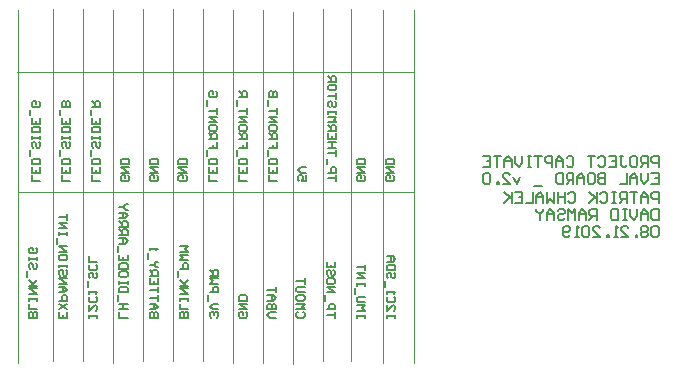
<source format=gbo>
%FSTAX23Y23*%
%MOIN*%
%SFA1B1*%

%IPPOS*%
%ADD10C,0.003937*%
%ADD15C,0.006000*%
%LNdev_board_layout-1*%
%LPD*%
G54D10*
X00754Y0099D02*
X02076D01*
X0076Y0059D02*
X0208D01*
Y0002D02*
Y01195D01*
X0076Y0002D02*
Y01195D01*
X00875Y00025D02*
Y012D01*
X00975Y00025D02*
Y012D01*
X01075Y0002D02*
Y01195D01*
X01175Y00025D02*
Y012D01*
X01275Y00025D02*
Y012D01*
X01375Y00025D02*
Y012D01*
X01475Y0002D02*
Y01195D01*
X01575Y0002D02*
Y01195D01*
X01675Y00015D02*
Y0119D01*
X01775Y00025D02*
Y012D01*
X0187Y00025D02*
Y012D01*
X01975Y0002D02*
Y01195D01*
G54D15*
X02007Y00645D02*
X02012Y0064D01*
Y00631*
X02007Y00626*
X01989*
X01984Y00631*
Y0064*
X01989Y00645*
X01998*
Y00635*
X01984Y00654D02*
X02012D01*
X01984Y00673*
X02012*
Y00682D02*
X01984D01*
Y00696*
X01989Y00701*
X02007*
X02012Y00696*
Y00682*
X01911Y00645D02*
X01916Y0064D01*
Y00631*
X01911Y00626*
X01893*
X01888Y00631*
Y0064*
X01893Y00645*
X01902*
Y00635*
X01888Y00654D02*
X01916D01*
X01888Y00673*
X01916*
Y00682D02*
X01888D01*
Y00696*
X01893Y00701*
X01911*
X01916Y00696*
Y00682*
X0182Y00626D02*
Y00645D01*
Y00635*
X01792*
Y00654D02*
X0182D01*
Y00668*
X01815Y00673*
X01806*
X01801Y00668*
Y00654*
X01787Y00682D02*
Y00701D01*
X0182Y0071D02*
Y00729D01*
Y00719*
X01792*
X0182Y00738D02*
X01792D01*
X01806*
Y00757*
X0182*
X01792*
X0182Y00785D02*
Y00766D01*
X01792*
Y00785*
X01806Y00766D02*
Y00775D01*
X01792Y00794D02*
X0182D01*
Y00808*
X01815Y00813*
X01806*
X01801Y00808*
Y00794*
Y00803D02*
X01792Y00813D01*
Y00822D02*
X0182D01*
X01811Y00831*
X0182Y00841*
X01792*
X0182Y0085D02*
Y00859D01*
Y00855*
X01792*
Y0085*
Y00859*
X01815Y00892D02*
X0182Y00887D01*
Y00878*
X01815Y00873*
X01811*
X01806Y00878*
Y00887*
X01801Y00892*
X01797*
X01792Y00887*
Y00878*
X01797Y00873*
X0182Y00901D02*
Y0092D01*
Y00911*
X01792*
X0182Y00943D02*
Y00934D01*
X01815Y00929*
X01797*
X01792Y00934*
Y00943*
X01797Y00948*
X01815*
X0182Y00943*
X01792Y00957D02*
X0182D01*
Y00971*
X01815Y00976*
X01806*
X01801Y00971*
Y00957*
Y00967D02*
X01792Y00976D01*
X01719Y00645D02*
Y00626D01*
X01705*
X0171Y00635*
Y0064*
X01705Y00645*
X01696*
X01691Y0064*
Y00631*
X01696Y00626*
X01719Y00654D02*
X01701D01*
X01691Y00663*
X01701Y00673*
X01719*
X01623Y00626D02*
X01595D01*
Y00645*
X01623Y00673D02*
Y00654D01*
X01595*
Y00673*
X01609Y00654D02*
Y00663D01*
X01623Y00682D02*
X01595D01*
Y00696*
X016Y00701*
X01619*
X01623Y00696*
Y00682*
X01591Y0071D02*
Y00729D01*
X01623Y00757D02*
Y00738D01*
X01609*
Y00747*
Y00738*
X01595*
Y00766D02*
X01623D01*
Y0078*
X01619Y00785*
X01609*
X01605Y0078*
Y00766*
Y00775D02*
X01595Y00785D01*
X01623Y00808D02*
Y00799D01*
X01619Y00794*
X016*
X01595Y00799*
Y00808*
X016Y00813*
X01619*
X01623Y00808*
X01595Y00822D02*
X01623D01*
X01595Y00841*
X01623*
Y0085D02*
Y00869D01*
Y00859*
X01595*
X01591Y00878D02*
Y00897D01*
X01623Y00906D02*
X01595D01*
Y0092*
X016Y00925*
X01605*
X01609Y0092*
Y00906*
Y0092*
X01614Y00925*
X01619*
X01623Y0092*
Y00906*
X01523Y00626D02*
X01495D01*
Y00645*
X01523Y00673D02*
Y00654D01*
X01495*
Y00673*
X01509Y00654D02*
Y00663D01*
X01523Y00682D02*
X01495D01*
Y00696*
X01499Y00701*
X01518*
X01523Y00696*
Y00682*
X0149Y0071D02*
Y00729D01*
X01523Y00757D02*
Y00738D01*
X01509*
Y00747*
Y00738*
X01495*
Y00766D02*
X01523D01*
Y0078*
X01518Y00785*
X01509*
X01504Y0078*
Y00766*
Y00775D02*
X01495Y00785D01*
X01523Y00808D02*
Y00799D01*
X01518Y00794*
X01499*
X01495Y00799*
Y00808*
X01499Y00813*
X01518*
X01523Y00808*
X01495Y00822D02*
X01523D01*
X01495Y00841*
X01523*
Y0085D02*
Y00869D01*
Y00859*
X01495*
X0149Y00878D02*
Y00897D01*
X01495Y00906D02*
X01523D01*
Y0092*
X01518Y00925*
X01509*
X01504Y0092*
Y00906*
Y00915D02*
X01495Y00925D01*
X01422Y00626D02*
X01394D01*
Y00645*
X01422Y00673D02*
Y00654D01*
X01394*
Y00673*
X01408Y00654D02*
Y00663D01*
X01422Y00682D02*
X01394D01*
Y00696*
X01399Y00701*
X01417*
X01422Y00696*
Y00682*
X01389Y0071D02*
Y00729D01*
X01422Y00757D02*
Y00738D01*
X01408*
Y00747*
Y00738*
X01394*
Y00766D02*
X01422D01*
Y0078*
X01417Y00785*
X01408*
X01403Y0078*
Y00766*
Y00775D02*
X01394Y00785D01*
X01422Y00808D02*
Y00799D01*
X01417Y00794*
X01399*
X01394Y00799*
Y00808*
X01399Y00813*
X01417*
X01422Y00808*
X01394Y00822D02*
X01422D01*
X01394Y00841*
X01422*
Y0085D02*
Y00869D01*
Y00859*
X01394*
X01389Y00878D02*
Y00897D01*
X01417Y00925D02*
X01422Y0092D01*
Y00911*
X01417Y00906*
X01399*
X01394Y00911*
Y0092*
X01399Y00925*
X01408*
Y00915*
X01317Y00645D02*
X01321Y0064D01*
Y00631*
X01317Y00626*
X01298*
X01293Y00631*
Y0064*
X01298Y00645*
X01307*
Y00635*
X01293Y00654D02*
X01321D01*
X01293Y00673*
X01321*
Y00682D02*
X01293D01*
Y00696*
X01298Y00701*
X01317*
X01321Y00696*
Y00682*
X01221Y00645D02*
X01225Y0064D01*
Y00631*
X01221Y00626*
X01202*
X01197Y00631*
Y0064*
X01202Y00645*
X01211*
Y00635*
X01197Y00654D02*
X01225D01*
X01197Y00673*
X01225*
Y00682D02*
X01197D01*
Y00696*
X01202Y00701*
X01221*
X01225Y00696*
Y00682*
X01125Y00645D02*
X01129Y0064D01*
Y00631*
X01125Y00626*
X01106*
X01101Y00631*
Y0064*
X01106Y00645*
X01115*
Y00635*
X01101Y00654D02*
X01129D01*
X01101Y00673*
X01129*
Y00682D02*
X01101D01*
Y00696*
X01106Y00701*
X01125*
X01129Y00696*
Y00682*
X01033Y00626D02*
X01005D01*
Y00645*
X01033Y00673D02*
Y00654D01*
X01005*
Y00673*
X01019Y00654D02*
Y00663D01*
X01033Y00682D02*
X01005D01*
Y00696*
X0101Y00701*
X01029*
X01033Y00696*
Y00682*
X01001Y0071D02*
Y00729D01*
X01029Y00757D02*
X01033Y00752D01*
Y00743*
X01029Y00738*
X01024*
X01019Y00743*
Y00752*
X01015Y00757*
X0101*
X01005Y00752*
Y00743*
X0101Y00738*
X01033Y00766D02*
Y00775D01*
Y00771*
X01005*
Y00766*
Y00775*
X01033Y00789D02*
X01005D01*
Y00803*
X0101Y00808*
X01029*
X01033Y00803*
Y00789*
Y00836D02*
Y00817D01*
X01005*
Y00836*
X01019Y00817D02*
Y00827D01*
X01001Y00845D02*
Y00864D01*
X01005Y00873D02*
X01033D01*
Y00887*
X01029Y00892*
X01019*
X01015Y00887*
Y00873*
Y00883D02*
X01005Y00892D01*
X00933Y00626D02*
X00905D01*
Y00645*
X00933Y00673D02*
Y00654D01*
X00905*
Y00673*
X00919Y00654D02*
Y00663D01*
X00933Y00682D02*
X00905D01*
Y00696*
X00909Y00701*
X00928*
X00933Y00696*
Y00682*
X009Y0071D02*
Y00729D01*
X00928Y00757D02*
X00933Y00752D01*
Y00743*
X00928Y00738*
X00923*
X00919Y00743*
Y00752*
X00914Y00757*
X00909*
X00905Y00752*
Y00743*
X00909Y00738*
X00933Y00766D02*
Y00775D01*
Y00771*
X00905*
Y00766*
Y00775*
X00933Y00789D02*
X00905D01*
Y00803*
X00909Y00808*
X00928*
X00933Y00803*
Y00789*
Y00836D02*
Y00817D01*
X00905*
Y00836*
X00919Y00817D02*
Y00827D01*
X009Y00845D02*
Y00864D01*
X00933Y00873D02*
X00905D01*
Y00887*
X00909Y00892*
X00914*
X00919Y00887*
Y00873*
Y00887*
X00923Y00892*
X00928*
X00933Y00887*
Y00873*
X00832Y00626D02*
X00804D01*
Y00645*
X00832Y00673D02*
Y00654D01*
X00804*
Y00673*
X00818Y00654D02*
Y00663D01*
X00832Y00682D02*
X00804D01*
Y00696*
X00809Y00701*
X00827*
X00832Y00696*
Y00682*
X00799Y0071D02*
Y00729D01*
X00827Y00757D02*
X00832Y00752D01*
Y00743*
X00827Y00738*
X00823*
X00818Y00743*
Y00752*
X00813Y00757*
X00809*
X00804Y00752*
Y00743*
X00809Y00738*
X00832Y00766D02*
Y00775D01*
Y00771*
X00804*
Y00766*
Y00775*
X00832Y00789D02*
X00804D01*
Y00803*
X00809Y00808*
X00827*
X00832Y00803*
Y00789*
Y00836D02*
Y00817D01*
X00804*
Y00836*
X00818Y00817D02*
Y00827D01*
X00799Y00845D02*
Y00864D01*
X00827Y00892D02*
X00832Y00887D01*
Y00878*
X00827Y00873*
X00809*
X00804Y00878*
Y00887*
X00809Y00892*
X00818*
Y00883*
X02016Y00171D02*
Y0018D01*
Y00176*
X01988*
Y00171*
Y0018*
Y00213D02*
Y00194D01*
X02007Y00213*
X02011*
X02016Y00208*
Y00199*
X02011Y00194*
Y00241D02*
X02016Y00236D01*
Y00227*
X02011Y00222*
X01993*
X01988Y00227*
Y00236*
X01993Y00241*
X01988Y0025D02*
Y0026D01*
Y00255*
X02016*
X02011Y0025*
X01983Y00274D02*
Y00292D01*
X02011Y0032D02*
X02016Y00316D01*
Y00306*
X02011Y00302*
X02007*
X02002Y00306*
Y00316*
X01997Y0032*
X01993*
X01988Y00316*
Y00306*
X01993Y00302*
X02016Y0033D02*
X01988D01*
Y00344*
X01993Y00348*
X02011*
X02016Y00344*
Y0033*
X01988Y00358D02*
X02007D01*
X02016Y00367*
X02007Y00376*
X01988*
X02002*
Y00358*
X01915Y00171D02*
Y0018D01*
Y00176*
X01887*
Y00171*
Y0018*
Y00194D02*
X01915D01*
X01906Y00204*
X01915Y00213*
X01887*
X01915Y00222D02*
X01892D01*
X01887Y00227*
Y00236*
X01892Y00241*
X01915*
X01883Y0025D02*
Y00269D01*
X01915Y00278D02*
Y00288D01*
Y00283*
X01887*
Y00278*
Y00288*
Y00302D02*
X01915D01*
X01887Y0032*
X01915*
Y0033D02*
Y00348D01*
Y00339*
X01887*
X01815Y00171D02*
Y0019D01*
Y0018*
X01787*
Y00199D02*
X01815D01*
Y00213*
X0181Y00218*
X01801*
X01796Y00213*
Y00199*
X01782Y00227D02*
Y00246D01*
X01787Y00255D02*
X01815D01*
X01787Y00274*
X01815*
Y00297D02*
Y00288D01*
X0181Y00283*
X01791*
X01787Y00288*
Y00297*
X01791Y00302*
X0181*
X01815Y00297*
X0181Y0033D02*
X01815Y00325D01*
Y00316*
X0181Y00311*
X01805*
X01801Y00316*
Y00325*
X01796Y0033*
X01791*
X01787Y00325*
Y00316*
X01791Y00311*
X01815Y00358D02*
Y00339D01*
X01787*
Y00358*
X01801Y00339D02*
Y00348D01*
X01709Y0019D02*
X01714Y00185D01*
Y00176*
X01709Y00171*
X01691*
X01686Y00176*
Y00185*
X01691Y0019*
X01686Y00199D02*
X01714D01*
X01705Y00208*
X01714Y00218*
X01686*
X01714Y00241D02*
Y00232D01*
X01709Y00227*
X01691*
X01686Y00232*
Y00241*
X01691Y00246*
X01709*
X01714Y00241*
Y00255D02*
X01691D01*
X01686Y0026*
Y00269*
X01691Y00274*
X01714*
Y00283D02*
Y00302D01*
Y00292*
X01686*
X01618Y00171D02*
X01599D01*
X0159Y0018*
X01599Y0019*
X01618*
Y00199D02*
X0159D01*
Y00213*
X01595Y00218*
X01599*
X01604Y00213*
Y00199*
Y00213*
X01609Y00218*
X01613*
X01618Y00213*
Y00199*
X0159Y00227D02*
X01609D01*
X01618Y00236*
X01609Y00246*
X0159*
X01604*
Y00227*
X01618Y00255D02*
Y00274D01*
Y00264*
X0159*
X01517Y0019D02*
X01522Y00185D01*
Y00176*
X01517Y00171*
X01499*
X01494Y00176*
Y00185*
X01499Y0019*
X01508*
Y0018*
X01494Y00199D02*
X01522D01*
X01494Y00218*
X01522*
Y00227D02*
X01494D01*
Y00241*
X01499Y00246*
X01517*
X01522Y00241*
Y00227*
X01421Y00171D02*
X01426Y00176D01*
Y00185*
X01421Y0019*
X01417*
X01412Y00185*
Y0018*
Y00185*
X01407Y0019*
X01403*
X01398Y00185*
Y00176*
X01403Y00171*
X01426Y00199D02*
X01407D01*
X01398Y00208*
X01407Y00218*
X01426*
X01393Y00227D02*
Y00246D01*
X01398Y00255D02*
X01426D01*
Y00269*
X01421Y00274*
X01412*
X01407Y00269*
Y00255*
X01426Y00283D02*
X01398D01*
X01407Y00292*
X01398Y00302*
X01426*
X01398Y00311D02*
X01426D01*
Y00325*
X01421Y0033*
X01412*
X01407Y00325*
Y00311*
Y0032D02*
X01398Y0033D01*
X01325Y00171D02*
X01297D01*
Y00185*
X01302Y0019*
X01307*
X01311Y00185*
Y00171*
Y00185*
X01316Y0019*
X01321*
X01325Y00185*
Y00171*
Y00199D02*
X01297D01*
Y00218*
X01325Y00227D02*
Y00236D01*
Y00232*
X01297*
Y00227*
Y00236*
Y0025D02*
X01325D01*
X01297Y00269*
X01325*
Y00278D02*
X01297D01*
X01307*
X01325Y00297*
X01311Y00283*
X01297Y00297*
X01293Y00306D02*
Y00325D01*
X01297Y00334D02*
X01325D01*
Y00348*
X01321Y00353*
X01311*
X01307Y00348*
Y00334*
X01325Y00362D02*
X01297D01*
X01307Y00372*
X01297Y00381*
X01325*
X01297Y0039D02*
X01325D01*
X01316Y004*
X01325Y00409*
X01297*
X01225Y00171D02*
X01197D01*
Y00185*
X01201Y0019*
X01206*
X01211Y00185*
Y00171*
Y00185*
X01215Y0019*
X0122*
X01225Y00185*
Y00171*
X01197Y00199D02*
X01215D01*
X01225Y00208*
X01215Y00218*
X01197*
X01211*
Y00199*
X01225Y00227D02*
Y00246D01*
Y00236*
X01197*
X01225Y00255D02*
Y00274D01*
Y00264*
X01197*
X01225Y00302D02*
Y00283D01*
X01197*
Y00302*
X01211Y00283D02*
Y00292D01*
X01197Y00311D02*
X01225D01*
Y00325*
X0122Y0033*
X01211*
X01206Y00325*
Y00311*
Y0032D02*
X01197Y0033D01*
X01225Y00339D02*
X0122D01*
X01211Y00348*
X0122Y00358*
X01225*
X01211Y00348D02*
X01197D01*
X01192Y00367D02*
Y00386D01*
X01197Y00395D02*
Y00404D01*
Y004*
X01225*
X0122Y00395*
X01124Y00171D02*
X01096D01*
Y0019*
X01124Y00199D02*
X01096D01*
X0111*
Y00218*
X01124*
X01096*
X01091Y00227D02*
Y00246D01*
X01124Y00255D02*
X01096D01*
Y00269*
X01101Y00274*
X01119*
X01124Y00269*
Y00255*
Y00283D02*
Y00292D01*
Y00288*
X01096*
Y00283*
Y00292*
X01124Y0032D02*
Y00311D01*
X01119Y00306*
X01101*
X01096Y00311*
Y0032*
X01101Y00325*
X01119*
X01124Y0032*
Y00334D02*
X01096D01*
Y00348*
X01101Y00353*
X01119*
X01124Y00348*
Y00334*
Y00381D02*
Y00362D01*
X01096*
Y00381*
X0111Y00362D02*
Y00372D01*
X01091Y0039D02*
Y00409D01*
X01096Y00418D02*
X01115D01*
X01124Y00428*
X01115Y00437*
X01096*
X0111*
Y00418*
X01096Y00446D02*
X01124D01*
Y0046*
X01119Y00465*
X0111*
X01105Y0046*
Y00446*
Y00456D02*
X01096Y00465D01*
Y00474D02*
X01124D01*
Y00488*
X01119Y00493*
X0111*
X01105Y00488*
Y00474*
Y00484D02*
X01096Y00493D01*
Y00502D02*
X01115D01*
X01124Y00512*
X01115Y00521*
X01096*
X0111*
Y00502*
X01124Y0053D02*
X01119D01*
X0111Y0054*
X01119Y00549*
X01124*
X0111Y0054D02*
X01096D01*
X01023Y00171D02*
Y0018D01*
Y00176*
X00995*
Y00171*
Y0018*
Y00213D02*
Y00194D01*
X01014Y00213*
X01019*
X01023Y00208*
Y00199*
X01019Y00194*
Y00241D02*
X01023Y00236D01*
Y00227*
X01019Y00222*
X01*
X00995Y00227*
Y00236*
X01Y00241*
X00995Y0025D02*
Y0026D01*
Y00255*
X01023*
X01019Y0025*
X00991Y00274D02*
Y00292D01*
X01019Y0032D02*
X01023Y00316D01*
Y00306*
X01019Y00302*
X01014*
X01009Y00306*
Y00316*
X01005Y0032*
X01*
X00995Y00316*
Y00306*
X01Y00302*
X01019Y00348D02*
X01023Y00344D01*
Y00334*
X01019Y0033*
X01*
X00995Y00334*
Y00344*
X01Y00348*
X01023Y00358D02*
X00995D01*
Y00376*
X00923Y0019D02*
Y00171D01*
X00895*
Y0019*
X00909Y00171D02*
Y0018D01*
X00923Y00199D02*
X00895Y00218D01*
X00923D02*
X00895Y00199D01*
Y00227D02*
X00923D01*
Y00241*
X00918Y00246*
X00909*
X00904Y00241*
Y00227*
X00895Y00255D02*
X00913D01*
X00923Y00264*
X00913Y00274*
X00895*
X00909*
Y00255*
X00895Y00283D02*
X00923D01*
X00895Y00302*
X00923*
X00918Y0033D02*
X00923Y00325D01*
Y00316*
X00918Y00311*
X00913*
X00909Y00316*
Y00325*
X00904Y0033*
X00899*
X00895Y00325*
Y00316*
X00899Y00311*
X00923Y00339D02*
Y00348D01*
Y00344*
X00895*
Y00339*
Y00348*
X00923Y00376D02*
Y00367D01*
X00918Y00362*
X00899*
X00895Y00367*
Y00376*
X00899Y00381*
X00918*
X00923Y00376*
X00895Y0039D02*
X00923D01*
X00895Y00409*
X00923*
X0089Y00418D02*
Y00437D01*
X00923Y00446D02*
Y00456D01*
Y00451*
X00895*
Y00446*
Y00456*
Y0047D02*
X00923D01*
X00895Y00488*
X00923*
Y00498D02*
Y00516D01*
Y00507*
X00895*
X00822Y00171D02*
X00794D01*
Y00185*
X00799Y0019*
X00803*
X00808Y00185*
Y00171*
Y00185*
X00813Y0019*
X00817*
X00822Y00185*
Y00171*
Y00199D02*
X00794D01*
Y00218*
X00822Y00227D02*
Y00236D01*
Y00232*
X00794*
Y00227*
Y00236*
Y0025D02*
X00822D01*
X00794Y00269*
X00822*
Y00278D02*
X00794D01*
X00803*
X00822Y00297*
X00808Y00283*
X00794Y00297*
X00789Y00306D02*
Y00325D01*
X00817Y00353D02*
X00822Y00348D01*
Y00339*
X00817Y00334*
X00813*
X00808Y00339*
Y00348*
X00803Y00353*
X00799*
X00794Y00348*
Y00339*
X00799Y00334*
X00822Y00362D02*
Y00372D01*
Y00367*
X00794*
Y00362*
Y00372*
X00817Y00404D02*
X00822Y004D01*
Y0039*
X00817Y00386*
X00799*
X00794Y0039*
Y004*
X00799Y00404*
X00808*
Y00395*
X02894Y00674D02*
Y00709D01*
X02876*
X0287Y00704*
Y00692*
X02876Y00686*
X02894*
X02858Y00674D02*
Y00709D01*
X0284*
X02834Y00704*
Y00692*
X0284Y00686*
X02858*
X02846D02*
X02834Y00674D01*
X02805Y00709D02*
X02817D01*
X02823Y00704*
Y0068*
X02817Y00674*
X02805*
X02799Y0068*
Y00704*
X02805Y00709*
X02764D02*
X02775D01*
X0277*
Y0068*
X02775Y00674*
X02781*
X02787Y0068*
X02728Y00709D02*
X02752D01*
Y00674*
X02728*
X02752Y00692D02*
X0274D01*
X02693Y00704D02*
X02699Y00709D01*
X0271*
X02716Y00704*
Y0068*
X0271Y00674*
X02699*
X02693Y0068*
X02681Y00709D02*
X02657D01*
X02669*
Y00674*
X02587Y00704D02*
X02592Y00709D01*
X02604*
X0261Y00704*
Y0068*
X02604Y00674*
X02592*
X02587Y0068*
X02575Y00674D02*
Y00698D01*
X02563Y00709*
X02551Y00698*
Y00674*
Y00692*
X02575*
X02539Y00674D02*
Y00709D01*
X02522*
X02516Y00704*
Y00692*
X02522Y00686*
X02539*
X02504Y00709D02*
X0248D01*
X02492*
Y00674*
X02468Y00709D02*
X02457D01*
X02463*
Y00674*
X02468*
X02457*
X02439Y00709D02*
Y00686D01*
X02427Y00674*
X02415Y00686*
Y00709*
X02404Y00674D02*
Y00698D01*
X02392Y00709*
X0238Y00698*
Y00674*
Y00692*
X02404*
X02368Y00709D02*
X02344D01*
X02356*
Y00674*
X02309Y00709D02*
X02333D01*
Y00674*
X02309*
X02333Y00692D02*
X02321D01*
X0287Y00653D02*
X02894D01*
Y00617*
X0287*
X02894Y00635D02*
X02882D01*
X02858Y00653D02*
Y00629D01*
X02846Y00617*
X02834Y00629*
Y00653*
X02823Y00617D02*
Y00641D01*
X02811Y00653*
X02799Y00641*
Y00617*
Y00635*
X02823*
X02787Y00653D02*
Y00617D01*
X02764*
X02716Y00653D02*
Y00617D01*
X02699*
X02693Y00623*
Y00629*
X02699Y00635*
X02716*
X02699*
X02693Y00641*
Y00647*
X02699Y00653*
X02716*
X02663D02*
X02675D01*
X02681Y00647*
Y00623*
X02675Y00617*
X02663*
X02657Y00623*
Y00647*
X02663Y00653*
X02646Y00617D02*
Y00641D01*
X02634Y00653*
X02622Y00641*
Y00617*
Y00635*
X02646*
X0261Y00617D02*
Y00653D01*
X02592*
X02587Y00647*
Y00635*
X02592Y00629*
X0261*
X02598D02*
X02587Y00617D01*
X02575Y00653D02*
Y00617D01*
X02557*
X02551Y00623*
Y00647*
X02557Y00653*
X02575*
X02504Y00611D02*
X0248D01*
X02433Y00641D02*
X02421Y00617D01*
X02409Y00641*
X02374Y00617D02*
X02398D01*
X02374Y00641*
Y00647*
X0238Y00653*
X02392*
X02398Y00647*
X02362Y00617D02*
Y00623D01*
X02356*
Y00617*
X02362*
X02333Y00647D02*
X02327Y00653D01*
X02315*
X02309Y00647*
Y00623*
X02315Y00617*
X02327*
X02333Y00623*
Y00647*
X02894Y00554D02*
Y0059D01*
X02876*
X0287Y00584*
Y00572*
X02876Y00566*
X02894*
X02858Y00554D02*
Y00578D01*
X02846Y0059*
X02834Y00578*
Y00554*
Y00572*
X02858*
X02823Y0059D02*
X02799D01*
X02811*
Y00554*
X02787D02*
Y0059D01*
X0277*
X02764Y00584*
Y00572*
X0277Y00566*
X02787*
X02775D02*
X02764Y00554D01*
X02752Y0059D02*
X0274D01*
X02746*
Y00554*
X02752*
X0274*
X02699Y00584D02*
X02705Y0059D01*
X02716*
X02722Y00584*
Y0056*
X02716Y00554*
X02705*
X02699Y0056*
X02687Y0059D02*
Y00554D01*
Y00566*
X02663Y0059*
X02681Y00572*
X02663Y00554*
X02592Y00584D02*
X02598Y0059D01*
X0261*
X02616Y00584*
Y0056*
X0261Y00554*
X02598*
X02592Y0056*
X02581Y0059D02*
Y00554D01*
Y00572*
X02557*
Y0059*
Y00554*
X02545Y0059D02*
Y00554D01*
X02533Y00566*
X02522Y00554*
Y0059*
X0251Y00554D02*
Y00578D01*
X02498Y0059*
X02486Y00578*
Y00554*
Y00572*
X0251*
X02474Y0059D02*
Y00554D01*
X02451*
X02415Y0059D02*
X02439D01*
Y00554*
X02415*
X02439Y00572D02*
X02427D01*
X02404Y0059D02*
Y00554D01*
Y00566*
X0238Y0059*
X02398Y00572*
X0238Y00554*
X02894Y00533D02*
Y00497D01*
X02876*
X0287Y00503*
Y00527*
X02876Y00533*
X02894*
X02858Y00497D02*
Y00521D01*
X02846Y00533*
X02834Y00521*
Y00497*
Y00515*
X02858*
X02823Y00533D02*
Y00509D01*
X02811Y00497*
X02799Y00509*
Y00533*
X02787D02*
X02775D01*
X02781*
Y00497*
X02787*
X02775*
X02758Y00533D02*
Y00497D01*
X0274*
X02734Y00503*
Y00527*
X0274Y00533*
X02758*
X02687Y00497D02*
Y00533D01*
X02669*
X02663Y00527*
Y00515*
X02669Y00509*
X02687*
X02675D02*
X02663Y00497D01*
X02651D02*
Y00521D01*
X0264Y00533*
X02628Y00521*
Y00497*
Y00515*
X02651*
X02616Y00497D02*
Y00533D01*
X02604Y00521*
X02592Y00533*
Y00497*
X02557Y00527D02*
X02563Y00533D01*
X02575*
X02581Y00527*
Y00521*
X02575Y00515*
X02563*
X02557Y00509*
Y00503*
X02563Y00497*
X02575*
X02581Y00503*
X02545Y00497D02*
Y00521D01*
X02533Y00533*
X02522Y00521*
Y00497*
Y00515*
X02545*
X0251Y00533D02*
Y00527D01*
X02498Y00515*
X02486Y00527*
Y00533*
X02498Y00515D02*
Y00497D01*
X02894Y0047D02*
X02888Y00476D01*
X02876*
X0287Y0047*
Y00446*
X02876Y00441*
X02888*
X02894Y00446*
Y0047*
X02858D02*
X02852Y00476D01*
X0284*
X02834Y0047*
Y00464*
X0284Y00458*
X02834Y00452*
Y00446*
X0284Y00441*
X02852*
X02858Y00446*
Y00452*
X02852Y00458*
X02858Y00464*
Y0047*
X02852Y00458D02*
X0284D01*
X02823Y00441D02*
Y00446D01*
X02817*
Y00441*
X02823*
X0277D02*
X02793D01*
X0277Y00464*
Y0047*
X02775Y00476*
X02787*
X02793Y0047*
X02758Y00441D02*
X02746D01*
X02752*
Y00476*
X02758Y0047*
X02728Y00441D02*
Y00446D01*
X02722*
Y00441*
X02728*
X02675D02*
X02699D01*
X02675Y00464*
Y0047*
X02681Y00476*
X02693*
X02699Y0047*
X02663D02*
X02657Y00476D01*
X02646*
X0264Y0047*
Y00446*
X02646Y00441*
X02657*
X02663Y00446*
Y0047*
X02628Y00441D02*
X02616D01*
X02622*
Y00476*
X02628Y0047*
X02598Y00446D02*
X02592Y00441D01*
X02581*
X02575Y00446*
Y0047*
X02581Y00476*
X02592*
X02598Y0047*
Y00464*
X02592Y00458*
X02575*
M02*
</source>
